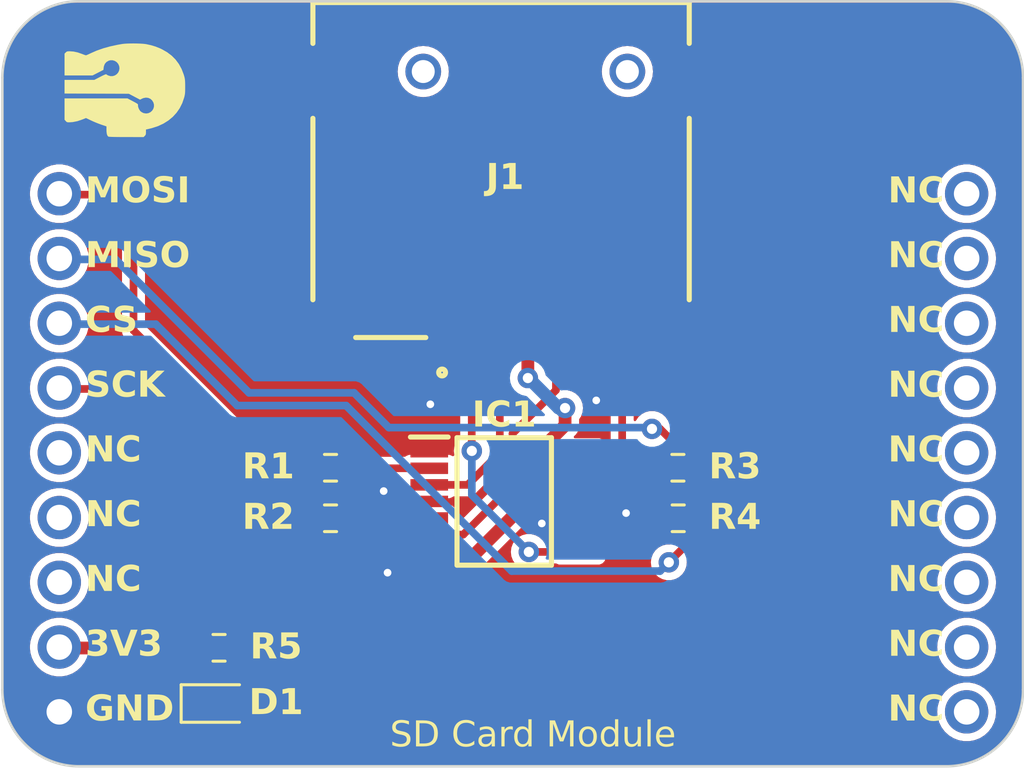
<source format=kicad_pcb>
(kicad_pcb (version 20240108) (generator "pcbnew") (generator_version "8.0")
  (layers (0 "F.Cu" signal) (31 "B.Cu" signal) (34 "B.Paste" user) (35 "F.Paste" user) (36 "B.SilkS" user "B.Silkscreen") (37 "F.SilkS" user "F.Silkscreen") (38 "B.Mask" user) (39 "F.Mask" user) (44 "Edge.Cuts" user))
  (net 0 "")
  (net 1 "GND")
  (net 2 "Net-(D1-A)")
  (net 3 "Net-(IC1-1A)")
  (net 4 "MOSI_SD")
  (net 5 "Net-(IC1-2A)")
  (net 6 "SCK_SD")
  (net 7 "CS_SD")
  (net 8 "Net-(IC1-3A)")
  (net 9 "MISO")
  (net 10 "+3V3")
  (net 12 "MISO_SD")
  (net 15 "MOSI")
  (net 16 "SCK")
  (net 17 "CS")
  (net 30 "Net-(IC1-4Y)")
  (footprint "74LVC125APW:SOP65P640X110-14N" (layer "F.Cu") (at 79.1972 83.058)
    (property "Reference" "IC1" (at 0 -3.3528 0) (layer "F.SilkS") (effects (font (thickness 0.2) (bold yes))))
    (property "Value" "74LVC125APW,118" (hide yes))
    (fp_line (start -3.675 -2.525) (end -2.2 -2.525) (stroke (width 0.2)) (layer "F.SilkS"))
    (fp_line (start -1.85 -2.5) (end 1.85 -2.5) (stroke (width 0.2)) (layer "F.SilkS"))
    (fp_line (start -1.85 2.5) (end -1.85 -2.5) (stroke (width 0.2)) (layer "F.SilkS"))
    (fp_line (start 1.85 -2.5) (end 1.85 2.5) (stroke (width 0.2)) (layer "F.SilkS"))
    (fp_line (start 1.85 2.5) (end -1.85 2.5) (stroke (width 0.2)) (layer "F.SilkS"))
    (pad "1" smd rect (at -2.938 -1.95 90) (size 0.45 1.475) (layers "F.Cu" "F.Paste" "F.Mask") (net 1 "GND"))
    (pad "2" smd rect (at -2.938 -1.3 90) (size 0.45 1.475) (layers "F.Cu" "F.Paste" "F.Mask") (net 3 "Net-(IC1-1A)"))
    (pad "3" smd rect (at -2.938 -0.65 90) (size 0.45 1.475) (layers "F.Cu" "F.Paste" "F.Mask") (net 4 "MOSI_SD"))
    (pad "4" smd rect (at -2.938 0 90) (size 0.45 1.475) (layers "F.Cu" "F.Paste" "F.Mask") (net 1 "GND"))
    (pad "5" smd rect (at -2.938 0.65 90) (size 0.45 1.475) (layers "F.Cu" "F.Paste" "F.Mask") (net 5 "Net-(IC1-2A)"))
    (pad "6" smd rect (at -2.938 1.3 90) (size 0.45 1.475) (layers "F.Cu" "F.Paste" "F.Mask") (net 6 "SCK_SD"))
    (pad "7" smd rect (at -2.938 1.95 90) (size 0.45 1.475) (layers "F.Cu" "F.Paste" "F.Mask") (net 1 "GND"))
    (pad "8" smd rect (at 2.938 1.95 90) (size 0.45 1.475) (layers "F.Cu" "F.Paste" "F.Mask") (net 7 "CS_SD"))
    (pad "9" smd rect (at 2.938 1.3 90) (size 0.45 1.475) (layers "F.Cu" "F.Paste" "F.Mask") (net 8 "Net-(IC1-3A)"))
    (pad "10" smd rect (at 2.938 0.65 90) (size 0.45 1.475) (layers "F.Cu" "F.Paste" "F.Mask") (net 1 "GND"))
    (pad "11" smd rect (at 2.938 0 90) (size 0.45 1.475) (layers "F.Cu" "F.Paste" "F.Mask") (net 30 "Net-(IC1-4Y)"))
    (pad "12" smd rect (at 2.938 -0.65 90) (size 0.45 1.475) (layers "F.Cu" "F.Paste" "F.Mask") (net 12 "MISO_SD"))
    (pad "13" smd rect (at 2.938 -1.3 90) (size 0.45 1.475) (layers "F.Cu" "F.Paste" "F.Mask") (net 1 "GND"))
    (pad "14" smd rect (at 2.938 -1.95 90) (size 0.45 1.475) (layers "F.Cu" "F.Paste" "F.Mask") (net 10 "+3V3"))
  )
  (footprint "Resistor_SMD:R_0603_1608Metric" (layer "F.Cu") (at 72.39 81.7372)
    (property "Reference" "R1" (at -2.4384 0 0) (layer "F.SilkS") (effects (font (thickness 0.15) (bold yes))))
    (property "Value" "3.3k")
    (fp_line (start -0.237258 -0.5225) (end 0.237258 -0.5225) (stroke (width 0.12)) (layer "F.SilkS"))
    (fp_line (start -0.237258 0.5225) (end 0.237258 0.5225) (stroke (width 0.12)) (layer "F.SilkS"))
    (pad "1" smd roundrect (at -0.825 0) (size 0.8 0.95) (layers "F.Cu" "F.Paste" "F.Mask") (net 15 "MOSI"))
    (pad "2" smd roundrect (at 0.825 0) (size 0.8 0.95) (layers "F.Cu" "F.Paste" "F.Mask") (net 3 "Net-(IC1-1A)"))
  )
  (footprint "LED_SMD:LED_0603_1608Metric" (layer "F.Cu") (at 68.0212 90.9828)
    (property "Reference" "D1" (at 2.2352 0 0) (layer "F.SilkS") (effects (font (thickness 0.15) (bold yes))))
    (property "Value" "LED")
    (fp_line (start -1.485 -0.735) (end -1.485 0.735) (stroke (width 0.12)) (layer "F.SilkS"))
    (fp_line (start -1.485 0.735) (end 0.8 0.735) (stroke (width 0.12)) (layer "F.SilkS"))
    (fp_line (start 0.8 -0.735) (end -1.485 -0.735) (stroke (width 0.12)) (layer "F.SilkS"))
    (pad "1" smd roundrect (at -0.7875 0) (size 0.875 0.95) (layers "F.Cu" "F.Paste" "F.Mask") (net 1 "GND"))
    (pad "2" smd roundrect (at 0.7875 0) (size 0.875 0.95) (layers "F.Cu" "F.Paste" "F.Mask") (net 2 "Net-(D1-A)"))
  )
  (footprint "Resistor_SMD:R_0603_1608Metric" (layer "F.Cu") (at 86.0166 83.7184)
    (property "Reference" "R4" (at 2.223 0 0) (layer "F.SilkS") (effects (font (thickness 0.15) (bold yes))))
    (property "Value" "3.3k")
    (fp_line (start -0.237258 -0.5225) (end 0.237258 -0.5225) (stroke (width 0.12)) (layer "F.SilkS"))
    (fp_line (start -0.237258 0.5225) (end 0.237258 0.5225) (stroke (width 0.12)) (layer "F.SilkS"))
    (pad "1" smd roundrect (at -0.825 0) (size 0.8 0.95) (layers "F.Cu" "F.Paste" "F.Mask") (net 8 "Net-(IC1-3A)"))
    (pad "2" smd roundrect (at 0.825 0) (size 0.8 0.95) (layers "F.Cu" "F.Paste" "F.Mask") (net 17 "CS"))
  )
  (footprint "Resistor_SMD:R_0603_1608Metric" (layer "F.Cu") (at 68.0212 88.7984)
    (property "Reference" "R5" (at 2.2352 0 0) (layer "F.SilkS") (effects (font (thickness 0.15) (bold yes))))
    (property "Value" "470r")
    (fp_line (start -0.237258 -0.5225) (end 0.237258 -0.5225) (stroke (width 0.12)) (layer "F.SilkS"))
    (fp_line (start -0.237258 0.5225) (end 0.237258 0.5225) (stroke (width 0.12)) (layer "F.SilkS"))
    (pad "1" smd roundrect (at -0.825 0) (size 0.8 0.95) (layers "F.Cu" "F.Paste" "F.Mask") (net 10 "+3V3"))
    (pad "2" smd roundrect (at 0.825 0) (size 0.8 0.95) (layers "F.Cu" "F.Paste" "F.Mask") (net 2 "Net-(D1-A)"))
  )
  (footprint "meminle:L-KLS1-TF-003-H1.85-R" (layer "F.Cu") (at 79.0738 66.19943 180)
    (property "Reference" "J1" (at -0.154 -4.19 0) (layer "F.SilkS") (effects (font (thickness 0.254) (bold yes))))
    (property "Value" "Micro_SD" (hide yes))
    (fp_line (start 7.375 2.706) (end 7.375 1.104) (stroke (width 0.2)) (layer "F.SilkS"))
    (fp_line (start 7.375 -8.95) (end 7.375 -1.835) (stroke (width 0.2)) (layer "F.SilkS"))
    (fp_line (start 2.95 -10.431) (end 5.698 -10.431) (stroke (width 0.2)) (layer "F.SilkS"))
    (fp_line (start -7.375 2.706) (end 7.375 2.706) (stroke (width 0.2)) (layer "F.SilkS"))
    (fp_line (start -7.375 2.706) (end -7.375 1.104) (stroke (width 0.2)) (layer "F.SilkS"))
    (fp_line (start -7.375 -8.95) (end -7.375 -1.835) (stroke (width 0.2)) (layer "F.SilkS"))
    (fp_circle (center 2.311 -11.802) (end 2.311 -11.76806) (stroke (width 0.2)) (fill none) (layer "F.SilkS"))
    (pad "1" smd rect (at 2.25 -10.6 180) (size 0.7 1.4) (layers "F.Cu" "F.Paste" "F.Mask"))
    (pad "2" smd rect (at 1.15 -10.6 180) (size 0.7 1.4) (layers "F.Cu" "F.Paste" "F.Mask") (net 7 "CS_SD"))
    (pad "3" smd rect (at 0.05 -10.6 180) (size 0.7 1.4) (layers "F.Cu" "F.Paste" "F.Mask") (net 4 "MOSI_SD"))
    (pad "4" smd rect (at -1.05 -10.6 180) (size 0.7 1.4) (layers "F.Cu" "F.Paste" "F.Mask") (net 10 "+3V3"))
    (pad "5" smd rect (at -2.15 -10.6 180) (size 0.7 1.4) (layers "F.Cu" "F.Paste" "F.Mask") (net 6 "SCK_SD"))
    (pad "6" smd rect (at -3.25 -10.6 180) (size 0.7 1.4) (layers "F.Cu" "F.Paste" "F.Mask") (net 1 "GND"))
    (pad "7" smd rect (at -4.35 -10.6 180) (size 0.7 1.4) (layers "F.Cu" "F.Paste" "F.Mask") (net 12 "MISO_SD"))
    (pad "8" smd rect (at -5.45 -10.6 180) (size 0.7 1.4) (layers "F.Cu" "F.Paste" "F.Mask"))
    (pad "9" smd rect (at -6.55 -10.6 180) (size 0.7 1.4) (layers "F.Cu" "F.Paste" "F.Mask"))
    (pad "10" smd rect (at -8 -10 270) (size 1.4 1.6) (layers "F.Cu" "F.Paste" "F.Mask") (net 1 "GND"))
    (pad "11" smd rect (at -7.75 -0.4 180) (size 1.2 2.2) (layers "F.Cu" "F.Paste" "F.Mask") (net 1 "GND"))
    (pad "12" smd rect (at 7.75 -0.4 180) (size 1.2 2.2) (layers "F.Cu" "F.Paste" "F.Mask") (net 1 "GND"))
    (pad "13" smd rect (at 6.85 -10 270) (size 1.4 1.6) (layers "F.Cu" "F.Paste" "F.Mask") (net 1 "GND"))
    (pad "14" thru_hole circle (at 3.05 0 180) (size 1.4 1.4) (drill 0.9) (layers "*.Cu" "*.Mask"))
    (pad "15" thru_hole circle (at -4.95 0 180) (size 1.4 1.4) (drill 0.9) (layers "*.Cu" "*.Mask"))
  )
  (footprint "Resistor_SMD:R_0603_1608Metric" (layer "F.Cu") (at 72.39 83.7184)
    (property "Reference" "R2" (at -2.4384 0 0) (layer "F.SilkS") (effects (font (thickness 0.15) (bold yes))))
    (property "Value" "3.3k")
    (fp_line (start -0.237258 -0.5225) (end 0.237258 -0.5225) (stroke (width 0.12)) (layer "F.SilkS"))
    (fp_line (start -0.237258 0.5225) (end 0.237258 0.5225) (stroke (width 0.12)) (layer "F.SilkS"))
    (pad "1" smd roundrect (at -0.825 0) (size 0.8 0.95) (layers "F.Cu" "F.Paste" "F.Mask") (net 16 "SCK"))
    (pad "2" smd roundrect (at 0.825 0) (size 0.8 0.95) (layers "F.Cu" "F.Paste" "F.Mask") (net 5 "Net-(IC1-2A)"))
  )
  (footprint "Moduler_:pin_header" (layer "F.Cu") (at 79.286 81.658)
    (property "Reference" "U1" (hide yes))
    (property "Value" "~" (hide yes))
    (fp_poly (pts (xy -14.485582 -16.559009) (xy -14.360573 -16.554745) (xy -14.248636 -16.54798) (xy -14.157002 -16.538775) (xy -14.117924 -16.532703) (xy -13.929469 -16.491549) (xy -13.759531 -16.440533) (xy -13.595569 -16.375574) (xy -13.505604 -16.333511) (xy -13.302009 -16.218091) (xy -13.123321 -16.083397) (xy -12.969118 -15.928915) (xy -12.838978 -15.754131) (xy -12.73248 -15.558531) (xy -12.6492 -15.3416) (xy -12.625721 -15.261504) (xy -12.612959 -15.20932) (xy -12.603846 -15.156964) (xy -12.597806 -15.097579) (xy -12.594264 -15.024306) (xy -12.592645 -14.930288) (xy -12.59236 -14.863654) (xy -12.592671 -14.758539) (xy -12.594379 -14.67766) (xy -12.598173 -14.613669) (xy -12.604739 -14.559219) (xy -12.614766 -14.506962) (xy -12.628942 -14.449549) (xy -12.632287 -14.43698) (xy -12.705714 -14.221543) (xy -12.805363 -14.022972) (xy -12.930147 -13.842253) (xy -13.078978 -13.68037) (xy -13.250768 -13.538308) (xy -13.444431 -13.417053) (xy -13.658878 -13.317589) (xy -13.893022 -13.240901) (xy -13.975535 -13.220506) (xy -14.129547 -13.185381) (xy -14.129547 -13.083439) (xy -14.131087 -13.025365) (xy -14.138019 -12.987709) (xy -14.153807 -12.959356) (xy -14.17572 -12.935324) (xy -14.221893 -12.889151) (xy -14.898388 -12.889632) (xy -15.093554 -12.890179) (xy -15.257188 -12.891522) (xy -15.389336 -12.893662) (xy -15.490047 -12.896601) (xy -15.559371 -12.900339) (xy -15.597354 -12.904877) (xy -15.604006 -12.907041) (xy -15.639705 -12.944721) (xy -15.663541 -13.009816) (xy -15.675744 -13.103144) (xy -15.677582 -13.169023) (xy -15.677607 -13.307746) (xy -15.877323 -13.375342) (xy -15.973613 -13.410249) (xy -16.083694 -13.453796) (xy -16.193274 -13.500154) (xy -16.27912 -13.539209) (xy -16.481202 -13.63548) (xy -16.625058 -13.577237) (xy -16.814264 -13.51298) (xy -16.995657 -13.477073) (xy -17.112214 -13.468483) (xy -17.172568 -13.467793) (xy -17.210949 -13.471228) (xy -17.236949 -13.481681) (xy -17.260163 -13.502045) (xy -17.274123 -13.517292) (xy -17.320343 -13.568879) (xy -17.320343 -13.987224) (xy -17.320343 -14.405569) (xy -16.086926 -14.405569) (xy -14.85351 -14.405569) (xy -14.643801 -14.294889) (xy -14.56284 -14.251731) (xy -14.506066 -14.219928) (xy -14.469493 -14.196546) (xy -14.449134 -14.178651) (xy -14.441003 -14.163308) (xy -14.441111 -14.147581) (xy -14.441413 -14.14592) (xy -14.43976 -14.092795) (xy -14.421236 -14.027967) (xy -14.3904 -13.962942) (xy -14.35181 -13.909228) (xy -14.344762 -13.902005) (xy -14.296227 -13.865834) (xy -14.236644 -13.835404) (xy -14.214799 -13.827587) (xy -14.121045 -13.813694) (xy -14.033382 -13.827179) (xy -13.955509 -13.863953) (xy -13.891126 -13.919926) (xy -13.843932 -13.991011) (xy -13.817627 -14.073118) (xy -13.815911 -14.162158) (xy -13.838074 -14.243952) (xy -13.888707 -14.328311) (xy -13.95777 -14.389514) (xy -14.040589 -14.425955) (xy -14.132494 -14.436027) (xy -14.228811 -14.418125) (xy -14.281052 -14.396241) (xy -14.36193 -14.355321) (xy -14.581404 -14.471272) (xy -14.800878 -14.587224) (xy -16.06061 -14.591538) (xy -17.320343 -14.595853) (xy -17.320343 -14.86402) (xy -17.320343 -15.132186) (xy -16.736108 -15.132186) (xy -16.151873 -15.132186) (xy -15.92364 -15.25081) (xy -15.825628 -15.300328) (xy -15.752835 -15.333929) (xy -15.705794 -15.351385) (xy -15.685044 -15.352471) (xy -15.684533 -15.351839) (xy -15.664369 -15.334981) (xy -15.626413 -15.313259) (xy -15.608475 -15.304645) (xy -15.517344 -15.278515) (xy -15.42868 -15.280387) (xy -15.34665 -15.306716) (xy -15.27542 -15.353956) (xy -15.219157 -15.418565) (xy -15.182028 -15.496995) (xy -15.1682 -15.585704) (xy -15.178799 -15.670169) (xy -15.216089 -15.756834) (xy -15.2752 -15.826154) (xy -15.350432 -15.875231) (xy -15.436087 -15.901168) (xy -15.526465 -15.901066) (xy -15.594919 -15.881743) (xy -15.679764 -15.831605) (xy -15.7402 -15.761879) (xy -15.776844 -15.671686) (xy -15.787538 -15.6087) (xy -15.796027 -15.524455) (xy -16.008245 -15.415199) (xy -16.220463 -15.305942) (xy -16.770403 -15.305942) (xy -17.320343 -15.305942) (xy -17.320343 -15.73365) (xy -17.320343 -16.161358) (xy -17.27417 -16.207531) (xy -17.247441 -16.231634) (xy -17.221044 -16.24546) (xy -17.185152 -16.251797) (xy -17.129936 -16.253429) (xy -17.112261 -16.253429) (xy -16.965134 -16.242789) (xy -16.813828 -16.210492) (xy -16.650907 -16.15493) (xy -16.643254 -16.151886) (xy -16.580147 -16.127507) (xy -16.526736 -16.108472) (xy -16.490695 -16.097439) (xy -16.481152 -16.095743) (xy -16.459332 -16.102404) (xy -16.415439 -16.120594) (xy -16.35561 -16.147624) (xy -16.285983 -16.180807) (xy -16.277762 -16.184828) (xy -16.053998 -16.282606) (xy -15.80365 -16.369931) (xy -15.530295 -16.445763) (xy -15.237504 -16.509065) (xy -15.053614 -16.540657) (xy -14.971712 -16.549822) (xy -14.866727 -16.556178) (xy -14.74589 -16.559787) (xy -14.616431 -16.56071)) (fill solid) (layer "F.SilkS"))
    (fp_line (start -19.7562 -15.2144) (end -19.7562 8.7856) (stroke (width 0.1)) (layer "Edge.Cuts"))
    (fp_line (start -16.7562 11.7856) (end 17.2438 11.7856) (stroke (width 0.1)) (layer "Edge.Cuts"))
    (fp_line (start 17.2438 -18.2144) (end -16.7562 -18.2144) (stroke (width 0.1)) (layer "Edge.Cuts"))
    (fp_line (start 20.2438 8.7856) (end 20.2438 -15.2144) (stroke (width 0.1)) (layer "Edge.Cuts"))
    (fp_arc (start -19.7562 -15.2144) (mid -18.87752 -17.33572) (end -16.7562 -18.2144) (stroke (width 0.1)) (layer "Edge.Cuts"))
    (fp_arc (start -16.7562 11.7856) (mid -18.87752 10.90692) (end -19.7562 8.7856) (stroke (width 0.1)) (layer "Edge.Cuts"))
    (fp_arc (start 17.2438 -18.2144) (mid 19.36512 -17.33572) (end 20.2438 -15.2144) (stroke (width 0.1)) (layer "Edge.Cuts"))
    (fp_arc (start 20.2438 8.7856) (mid 19.36512 10.90692) (end 17.2438 11.7856) (stroke (width 0.1)) (layer "Edge.Cuts"))
    (fp_text user "NC" (at -16.51 2.54 0) (layer "F.SilkS") (effects (font (thickness 0.2) (bold yes)) (justify left bottom)))
    (fp_text user "NC" (at 14.948 2.543 0) (layer "F.SilkS") (effects (font (thickness 0.2) (bold yes)) (justify left bottom)))
    (fp_text user "NC" (at -16.51 0 0) (layer "F.SilkS") (effects (font (thickness 0.2) (bold yes)) (justify left bottom)))
    (fp_text user "NC" (at 14.948 -2.537 0) (layer "F.SilkS") (effects (font (thickness 0.2) (bold yes)) (justify left bottom)))
    (fp_text user "NC" (at 14.948 7.623 0) (layer "F.SilkS") (effects (font (thickness 0.2) (bold yes)) (justify left bottom)))
    (fp_text user "NC" (at 14.948 -7.617 0) (layer "F.SilkS") (effects (font (thickness 0.2) (bold yes)) (justify left bottom)))
    (fp_text user "NC" (at 14.948 10.163 0) (layer "F.SilkS") (effects (font (thickness 0.2) (bold yes)) (justify left bottom)))
    (fp_text user "NC" (at 14.948 -5.077 0) (layer "F.SilkS") (effects (font (thickness 0.2) (bold yes)) (justify left bottom)))
    (fp_text user "NC" (at 14.948 -10.157 0) (layer "F.SilkS") (effects (font (thickness 0.2) (bold yes)) (justify left bottom)))
    (fp_text user "MISO" (at -16.51 -7.62 0) (layer "F.SilkS") (effects (font (thickness 0.2) (bold yes)) (justify left bottom)))
    (fp_text user "3V3" (at -16.51 7.62 0) (layer "F.SilkS") (effects (font (thickness 0.2) (bold yes)) (justify left bottom)))
    (fp_text user "CS" (at -16.51 -5.08 0) (layer "F.SilkS") (effects (font (thickness 0.2) (bold yes)) (justify left bottom)))
    (fp_text user "SCK" (at -16.51 -2.54 0) (layer "F.SilkS") (effects (font (thickness 0.2) (bold yes)) (justify left bottom)))
    (fp_text user "MOSI" (at -16.51 -10.16 0) (layer "F.SilkS") (effects (font (thickness 0.2) (bold yes)) (justify left bottom)))
    (fp_text user "SD Card Module" (at -4.572 11.176 0) (layer "F.SilkS") (effects (font (thickness 0.1)) (justify left bottom)))
    (fp_text user "NC" (at 14.948 0.003 0) (layer "F.SilkS") (effects (font (thickness 0.2) (bold yes)) (justify left bottom)))
    (fp_text user "NC" (at -16.51 5.08 0) (layer "F.SilkS") (effects (font (thickness 0.2) (bold yes)) (justify left bottom)))
    (fp_text user "NC" (at 14.948 5.083 0) (layer "F.SilkS") (effects (font (thickness 0.2) (bold yes)) (justify left bottom)))
    (fp_text user "GND" (at -16.51 10.16 0) (layer "F.SilkS") (effects (font (thickness 0.2) (bold yes)) (justify left bottom)))
    (pad "1" thru_hole oval (at -17.526 -10.668) (size 1.7 1.7) (drill 1) (layers "*.Cu" "*.Mask") (net 15 "MOSI"))
    (pad "2" thru_hole oval (at -17.526 -8.128) (size 1.7 1.7) (drill 1) (layers "*.Cu" "*.Mask") (net 9 "MISO"))
    (pad "3" thru_hole oval (at -17.526 -5.588) (size 1.7 1.7) (drill 1) (layers "*.Cu" "*.Mask") (net 17 "CS"))
    (pad "4" thru_hole oval (at -17.526 -3.048) (size 1.7 1.7) (drill 1) (layers "*.Cu" "*.Mask") (net 16 "SCK"))
    (pad "5" thru_hole oval (at -17.526 -0.508) (size 1.7 1.7) (drill 1) (layers "*.Cu" "*.Mask"))
    (pad "6" thru_hole oval (at -17.526 2.032) (size 1.7 1.7) (drill 1) (layers "*.Cu" "*.Mask"))
    (pad "7" thru_hole oval (at -17.526 4.572) (size 1.7 1.7) (drill 1) (layers "*.Cu" "*.Mask"))
    (pad "8" thru_hole oval (at -17.526 7.112) (size 1.7 1.7) (drill 1) (layers "*.Cu" "*.Mask") (net 10 "+3V3"))
    (pad "9" thru_hole oval (at -17.526 9.652) (size 1.7 1.7) (drill 1) (layers "*.Cu" "*.Mask") (net 1 "GND"))
    (pad "10" thru_hole oval (at 18.034 9.652) (size 1.7 1.7) (drill 1) (layers "*.Cu" "*.Mask"))
    (pad "11" thru_hole oval (at 18.034 7.112) (size 1.7 1.7) (drill 1) (layers "*.Cu" "*.Mask"))
    (pad "12" thru_hole oval (at 18.034 4.572) (size 1.7 1.7) (drill 1) (layers "*.Cu" "*.Mask"))
    (pad "13" thru_hole oval (at 18.034 2.032) (size 1.7 1.7) (drill 1) (layers "*.Cu" "*.Mask"))
    (pad "14" thru_hole oval (at 18.034 -0.508) (size 1.7 1.7) (drill 1) (layers "*.Cu" "*.Mask"))
    (pad "15" thru_hole oval (at 18.034 -3.048) (size 1.7 1.7) (drill 1) (layers "*.Cu" "*.Mask"))
    (pad "16" thru_hole oval (at 18.034 -5.588) (size 1.7 1.7) (drill 1) (layers "*.Cu" "*.Mask"))
    (pad "17" thru_hole oval (at 18.034 -8.128) (size 1.7 1.7) (drill 1) (layers "*.Cu" "*.Mask"))
    (pad "18" thru_hole oval (at 18.034 -10.668) (size 1.7 1.7) (drill 1) (layers "*.Cu" "*.Mask"))
  )
  (footprint "Resistor_SMD:R_0603_1608Metric" (layer "F.Cu") (at 86.0044 81.7372)
    (property "Reference" "R3" (at 2.2352 0 0) (layer "F.SilkS") (effects (font (thickness 0.16) (bold yes))))
    (property "Value" "3.3k")
    (fp_line (start -0.237258 -0.5225) (end 0.237258 -0.5225) (stroke (width 0.12)) (layer "F.SilkS"))
    (fp_line (start -0.237258 0.5225) (end 0.237258 0.5225) (stroke (width 0.12)) (layer "F.SilkS"))
    (pad "1" smd roundrect (at -0.825 0) (size 0.8 0.95) (layers "F.Cu" "F.Paste" "F.Mask") (net 30 "Net-(IC1-4Y)"))
    (pad "2" smd roundrect (at 0.825 0) (size 0.8 0.95) (layers "F.Cu" "F.Paste" "F.Mask") (net 9 "MISO"))
  )
  (via (at 76.3016 79.248) (size 0.6) (drill 0.3) (layers "F.Cu" "B.Cu") (net 1))
  (via (at 83.9724 83.5152) (size 0.6) (drill 0.3) (layers "F.Cu" "B.Cu") (net 1))
  (via (at 82.804 79.0956) (size 0.6) (drill 0.3) (layers "F.Cu" "B.Cu") (net 1))
  (via (at 80.6704 83.9216) (size 0.6) (drill 0.3) (layers "F.Cu" "B.Cu") (net 1))
  (via (at 74.6252 85.852) (size 0.6) (drill 0.3) (layers "F.Cu" "B.Cu") (net 1))
  (via (at 74.4728 82.6516) (size 0.6) (drill 0.3) (layers "F.Cu" "B.Cu") (net 1))
  (segment (start 68.8462 88.7984) (end 68.8462 90.9453) (width 0.5) (layer "F.Cu") (net 2))
  (segment (start 68.8462 90.9453) (end 68.8087 90.9828) (width 0.5) (layer "F.Cu") (net 2))
  (segment (start 73.215 81.7372) (end 73.2358 81.758) (width 0.3) (layer "F.Cu") (net 3))
  (segment (start 73.2358 81.758) (end 76.2592 81.758) (width 0.3) (layer "F.Cu") (net 3))
  (segment (start 79.0238 76.79943) (end 79.0238 81.1486) (width 0.3) (layer "F.Cu") (net 4))
  (segment (start 79.0238 81.1486) (end 77.7644 82.408) (width 0.3) (layer "F.Cu") (net 4))
  (segment (start 77.7644 82.408) (end 76.2592 82.408) (width 0.3) (layer "F.Cu") (net 4))
  (segment (start 73.215 83.7184) (end 73.2254 83.708) (width 0.3) (layer "F.Cu") (net 5))
  (segment (start 73.2254 83.708) (end 76.2592 83.708) (width 0.3) (layer "F.Cu") (net 5))
  (segment (start 76.2592 84.358) (end 77.5924 84.358) (width 0.3) (layer "F.Cu") (net 6))
  (segment (start 77.5924 84.358) (end 79.5238 82.4266) (width 0.3) (layer "F.Cu") (net 6))
  (segment (start 81.2238 78.6946) (end 81.2238 76.79943) (width 0.3) (layer "F.Cu") (net 6))
  (segment (start 79.5238 82.4266) (end 79.5238 80.3946) (width 0.3) (layer "F.Cu") (net 6))
  (segment (start 79.5238 80.3946) (end 81.2238 78.6946) (width 0.3) (layer "F.Cu") (net 6))
  (segment (start 77.9238 81.0734) (end 77.9238 76.79943) (width 0.3) (layer "F.Cu") (net 7))
  (segment (start 80.1624 85.0392) (end 82.104 85.0392) (width 0.3) (layer "F.Cu") (net 7))
  (segment (start 77.9272 81.0768) (end 77.9238 81.0734) (width 0.3) (layer "F.Cu") (net 7))
  (segment (start 82.104 85.0392) (end 82.1352 85.008) (width 0.3) (layer "F.Cu") (net 7))
  (via (at 77.9272 81.0768) (size 0.8) (drill 0.4) (layers "F.Cu" "B.Cu") (net 7))
  (via (at 80.1624 85.0392) (size 0.8) (drill 0.4) (layers "F.Cu" "B.Cu") (net 7))
  (segment (start 77.9272 82.804) (end 80.1624 85.0392) (width 0.3) (layer "B.Cu") (net 7))
  (segment (start 77.9272 81.0768) (end 77.9272 82.804) (width 0.3) (layer "B.Cu") (net 7))
  (segment (start 84.0948 84.358) (end 82.1352 84.358) (width 0.3) (layer "F.Cu") (net 8))
  (segment (start 85.1916 83.7184) (end 84.7344 83.7184) (width 0.3) (layer "F.Cu") (net 8))
  (segment (start 84.7344 83.7184) (end 84.0948 84.358) (width 0.3) (layer "F.Cu") (net 8))
  (segment (start 84.9884 80.2132) (end 85.3054 80.2132) (width 0.3) (layer "F.Cu") (net 9))
  (segment (start 85.3054 80.2132) (end 86.8294 81.7372) (width 0.3) (layer "F.Cu") (net 9))
  (via (at 84.9884 80.2132) (size 0.8) (drill 0.4) (layers "F.Cu" "B.Cu") (net 9))
  (segment (start 74.676 80.1624) (end 73.3124 78.7988) (width 0.3) (layer "B.Cu") (net 9))
  (segment (start 63.96532 73.56652) (end 61.739377 73.56652) (width 0.3) (layer "B.Cu") (net 9))
  (segment (start 84.9376 80.1624) (end 74.676 80.1624) (width 0.3) (layer "B.Cu") (net 9))
  (segment (start 69.1976 78.7988) (end 63.96532 73.56652) (width 0.3) (layer "B.Cu") (net 9))
  (segment (start 84.9884 80.2132) (end 84.9376 80.1624) (width 0.3) (layer "B.Cu") (net 9))
  (segment (start 73.3124 78.7988) (end 69.1976 78.7988) (width 0.3) (layer "B.Cu") (net 9))
  (segment (start 61.739377 88.80652) (end 67.18808 88.80652) (width 0.5) (layer "F.Cu") (net 10))
  (segment (start 80.1238 76.79943) (end 80.1238 78.2198) (width 0.5) (layer "F.Cu") (net 10))
  (segment (start 75.946 87.2236) (end 80.1238 83.0458) (width 0.5) (layer "F.Cu") (net 10))
  (segment (start 80.1238 83.0458) (end 80.1238 81.5311) (width 0.5) (layer "F.Cu") (net 10))
  (segment (start 81.581377 80.073523) (end 80.5719 81.083) (width 0.5) (layer "F.Cu") (net 10))
  (segment (start 67.18808 88.80652) (end 67.1962 88.7984) (width 0.5) (layer "F.Cu") (net 10))
  (segment (start 81.581377 79.396977) (end 81.581377 80.073523) (width 0.5) (layer "F.Cu") (net 10))
  (segment (start 80.5969 81.108) (end 82.1102 81.108) (width 0.4) (layer "F.Cu") (net 10))
  (segment (start 67.1962 88.7984) (end 67.1962 87.7946) (width 0.5) (layer "F.Cu") (net 10))
  (segment (start 80.5719 81.083) (end 80.5969 81.108) (width 0.4) (layer "F.Cu") (net 10))
  (segment (start 80.1238 81.5311) (end 80.5719 81.083) (width 0.5) (layer "F.Cu") (net 10))
  (segment (start 67.1962 87.7946) (end 67.7672 87.2236) (width 0.5) (layer "F.Cu") (net 10))
  (segment (start 67.7672 87.2236) (end 75.946 87.2236) (width 0.5) (layer "F.Cu") (net 10))
  (via (at 81.581377 79.396977) (size 0.8) (drill 0.4) (layers "F.Cu" "B.Cu") (net 10))
  (via (at 80.1238 78.2198) (size 0.8) (drill 0.4) (layers "F.Cu" "B.Cu") (net 10))
  (segment (start 81.327377 79.396977) (end 81.581377 79.396977) (width 0.5) (layer "B.Cu") (net 10))
  (segment (start 80.1238 78.2198) (end 80.1502 78.2198) (width 0.5) (layer "B.Cu") (net 10))
  (segment (start 80.1502 78.2198) (end 81.327377 79.396977) (width 0.5) (layer "B.Cu") (net 10))
  (segment (start 83.82 81.7357) (end 83.1477 82.408) (width 0.3) (layer "F.Cu") (net 12))
  (segment (start 83.4238 76.79943) (end 83.4238 78.293) (width 0.3) (layer "F.Cu") (net 12))
  (segment (start 83.4238 78.293) (end 83.82 78.6892) (width 0.3) (layer "F.Cu") (net 12))
  (segment (start 83.1477 82.408) (end 82.1352 82.408) (width 0.3) (layer "F.Cu") (net 12))
  (segment (start 83.82 78.6892) (end 83.82 81.7357) (width 0.3) (layer "F.Cu") (net 12))
  (segment (start 64.6684 76.3524) (end 64.6684 71.7804) (width 0.3) (layer "F.Cu") (net 15))
  (segment (start 70.0532 81.7372) (end 64.6684 76.3524) (width 0.3) (layer "F.Cu") (net 15))
  (segment (start 71.565 81.7372) (end 70.0532 81.7372) (width 0.3) (layer "F.Cu") (net 15))
  (segment (start 63.91452 71.02652) (end 61.739377 71.02652) (width 0.3) (layer "F.Cu") (net 15))
  (segment (start 64.6684 71.7804) (end 63.91452 71.02652) (width 0.3) (layer "F.Cu") (net 15))
  (segment (start 71.565 83.7184) (end 69.1388 83.7184) (width 0.3) (layer "F.Cu") (net 16))
  (segment (start 64.06692 78.64652) (end 61.739377 78.64652) (width 0.3) (layer "F.Cu") (net 16))
  (segment (start 69.1388 83.7184) (end 64.06692 78.64652) (width 0.3) (layer "F.Cu") (net 16))
  (segment (start 86.8416 83.7184) (end 86.8416 84.2528) (width 0.3) (layer "F.Cu") (net 17))
  (segment (start 86.8416 84.2528) (end 85.6488 85.4456) (width 0.3) (layer "F.Cu") (net 17))
  (via (at 85.6488 85.4456) (size 0.8) (drill 0.4) (layers "F.Cu" "B.Cu") (net 17))
  (segment (start 85.3052 85.7892) (end 79.49 85.7892) (width 0.3) (layer "B.Cu") (net 17))
  (segment (start 65.54012 76.10652) (end 61.739377 76.10652) (width 0.3) (layer "B.Cu") (net 17))
  (segment (start 79.49 85.7892) (end 72.9996 79.2988) (width 0.3) (layer "B.Cu") (net 17))
  (segment (start 68.7324 79.2988) (end 65.54012 76.10652) (width 0.3) (layer "B.Cu") (net 17))
  (segment (start 85.6488 85.4456) (end 85.3052 85.7892) (width 0.3) (layer "B.Cu") (net 17))
  (segment (start 72.9996 79.2988) (end 68.7324 79.2988) (width 0.3) (layer "B.Cu") (net 17))
  (segment (start 82.1352 83.058) (end 83.2104 83.058) (width 0.3) (layer "F.Cu") (net 30))
  (segment (start 84.5312 81.7372) (end 85.1794 81.7372) (width 0.3) (layer "F.Cu") (net 30))
  (segment (start 83.2104 83.058) (end 84.5312 81.7372) (width 0.3) (layer "F.Cu") (net 30))
  (zone (net 1) (net_name "GND") (layers "F&B.Cu") (connect_pads yes (clearance 0.3)) (min_thickness 0.1) (fill yes (thermal_gap 0.5) (thermal_bridge_width 0.5))
    (polygon (pts (xy 59.436 63.5) (xy 99.568 63.5) (xy 99.568 93.5228) (xy 59.436 93.5228)))
  )
)
</source>
